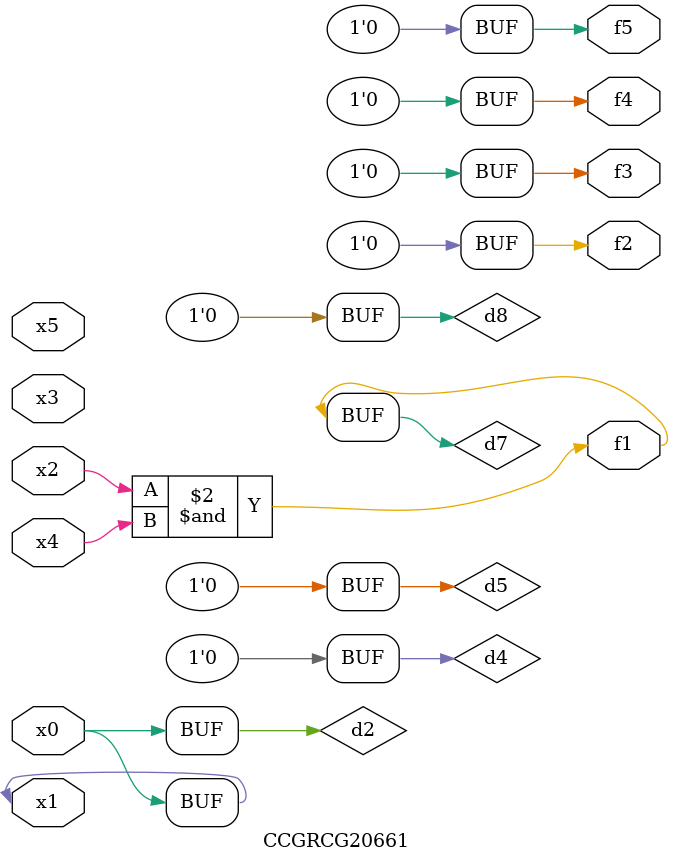
<source format=v>
module CCGRCG20661(
	input x0, x1, x2, x3, x4, x5,
	output f1, f2, f3, f4, f5
);

	wire d1, d2, d3, d4, d5, d6, d7, d8, d9;

	nand (d1, x1);
	buf (d2, x0, x1);
	nand (d3, x2, x4);
	and (d4, d1, d2);
	and (d5, d1, d2);
	nand (d6, d1, d3);
	not (d7, d3);
	xor (d8, d5);
	nor (d9, d5, d6);
	assign f1 = d7;
	assign f2 = d8;
	assign f3 = d8;
	assign f4 = d8;
	assign f5 = d8;
endmodule

</source>
